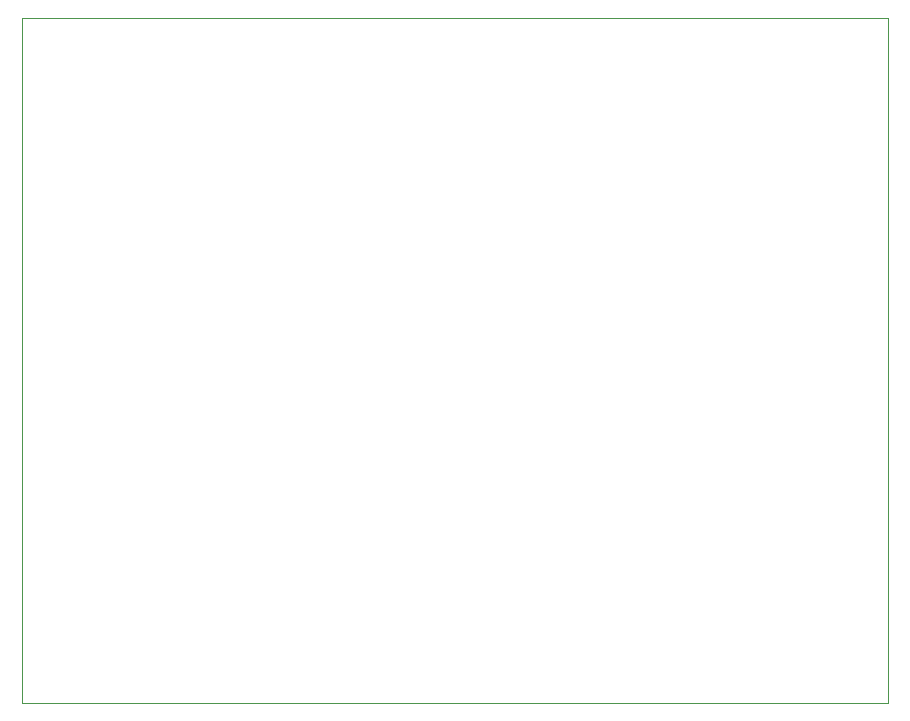
<source format=gbr>
%TF.GenerationSoftware,KiCad,Pcbnew,8.0.4*%
%TF.CreationDate,2025-01-29T09:39:19+01:00*%
%TF.ProjectId,DA_Sender,44415f53-656e-4646-9572-2e6b69636164,rev?*%
%TF.SameCoordinates,Original*%
%TF.FileFunction,Profile,NP*%
%FSLAX46Y46*%
G04 Gerber Fmt 4.6, Leading zero omitted, Abs format (unit mm)*
G04 Created by KiCad (PCBNEW 8.0.4) date 2025-01-29 09:39:19*
%MOMM*%
%LPD*%
G01*
G04 APERTURE LIST*
%TA.AperFunction,Profile*%
%ADD10C,0.100000*%
%TD*%
G04 APERTURE END LIST*
D10*
X112366112Y-68586080D02*
X185634537Y-68586080D01*
X185634537Y-126614505D01*
X112366112Y-126614505D01*
X112366112Y-68586080D01*
M02*

</source>
